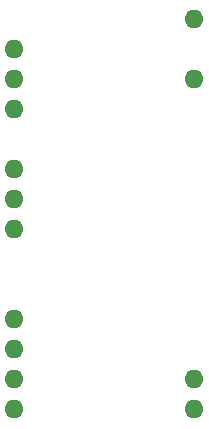
<source format=gbr>
%TF.GenerationSoftware,KiCad,Pcbnew,(6.0.11)*%
%TF.CreationDate,2023-03-05T00:30:33+01:00*%
%TF.ProjectId,gateway-nano-E01-ml01sp4,67617465-7761-4792-9d6e-616e6f2d4530,rev?*%
%TF.SameCoordinates,Original*%
%TF.FileFunction,Soldermask,Top*%
%TF.FilePolarity,Negative*%
%FSLAX46Y46*%
G04 Gerber Fmt 4.6, Leading zero omitted, Abs format (unit mm)*
G04 Created by KiCad (PCBNEW (6.0.11)) date 2023-03-05 00:30:33*
%MOMM*%
%LPD*%
G01*
G04 APERTURE LIST*
%ADD10O,1.600000X1.600000*%
G04 APERTURE END LIST*
D10*
%TO.C,A1*%
X130175000Y-88900000D03*
X130175000Y-93980000D03*
X130175000Y-119380000D03*
X130175000Y-121920000D03*
X114935000Y-121920000D03*
X114935000Y-119380000D03*
X114935000Y-116840000D03*
X114935000Y-114300000D03*
X114935000Y-106680000D03*
X114935000Y-104140000D03*
X114935000Y-101600000D03*
X114935000Y-96520000D03*
X114935000Y-93980000D03*
X114935000Y-91440000D03*
%TD*%
M02*

</source>
